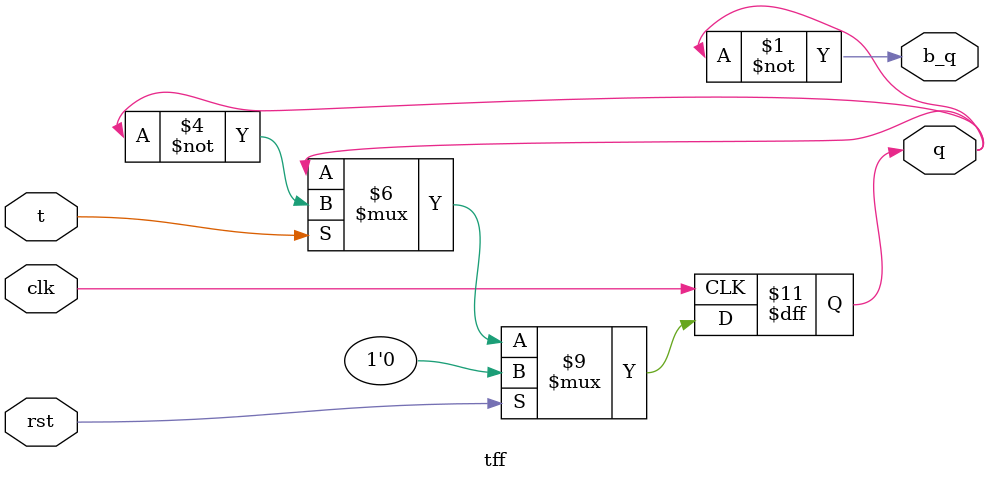
<source format=v>
module tff(clk,rst,t,q,b_q);
  input t,clk,rst;
  output wire b_q;
  output reg q;
  
  assign b_q = ~q;
  
  always @(posedge clk)
    begin
      if(rst)
        q<=0;
      else
        begin
          if(t==1)
            q<=(~q);
          else
            q<=q;
        end
    end
endmodule

</source>
